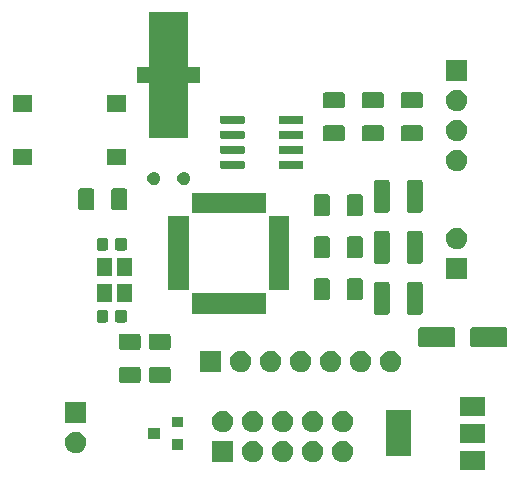
<source format=gbr>
G04 #@! TF.GenerationSoftware,KiCad,Pcbnew,5.1.5-1.fc30*
G04 #@! TF.CreationDate,2020-02-08T00:59:57+03:00*
G04 #@! TF.ProjectId,Tamagotchi-Atmega8,54616d61-676f-4746-9368-692d41746d65,rev?*
G04 #@! TF.SameCoordinates,Original*
G04 #@! TF.FileFunction,Soldermask,Top*
G04 #@! TF.FilePolarity,Negative*
%FSLAX46Y46*%
G04 Gerber Fmt 4.6, Leading zero omitted, Abs format (unit mm)*
G04 Created by KiCad (PCBNEW 5.1.5-1.fc30) date 2020-02-08 00:59:57*
%MOMM*%
%LPD*%
G04 APERTURE LIST*
%ADD10C,0.100000*%
G04 APERTURE END LIST*
D10*
G36*
X148981000Y-104193000D02*
G01*
X146879000Y-104193000D01*
X146879000Y-102591000D01*
X148981000Y-102591000D01*
X148981000Y-104193000D01*
G37*
G36*
X137019512Y-101719927D02*
G01*
X137168812Y-101749624D01*
X137332784Y-101817544D01*
X137480354Y-101916147D01*
X137605853Y-102041646D01*
X137704456Y-102189216D01*
X137772376Y-102353188D01*
X137807000Y-102527259D01*
X137807000Y-102704741D01*
X137772376Y-102878812D01*
X137704456Y-103042784D01*
X137605853Y-103190354D01*
X137480354Y-103315853D01*
X137332784Y-103414456D01*
X137168812Y-103482376D01*
X137019512Y-103512073D01*
X136994742Y-103517000D01*
X136817258Y-103517000D01*
X136792488Y-103512073D01*
X136643188Y-103482376D01*
X136479216Y-103414456D01*
X136331646Y-103315853D01*
X136206147Y-103190354D01*
X136107544Y-103042784D01*
X136039624Y-102878812D01*
X136005000Y-102704741D01*
X136005000Y-102527259D01*
X136039624Y-102353188D01*
X136107544Y-102189216D01*
X136206147Y-102041646D01*
X136331646Y-101916147D01*
X136479216Y-101817544D01*
X136643188Y-101749624D01*
X136792488Y-101719927D01*
X136817258Y-101715000D01*
X136994742Y-101715000D01*
X137019512Y-101719927D01*
G37*
G36*
X127647000Y-103517000D02*
G01*
X125845000Y-103517000D01*
X125845000Y-101715000D01*
X127647000Y-101715000D01*
X127647000Y-103517000D01*
G37*
G36*
X134479512Y-101719927D02*
G01*
X134628812Y-101749624D01*
X134792784Y-101817544D01*
X134940354Y-101916147D01*
X135065853Y-102041646D01*
X135164456Y-102189216D01*
X135232376Y-102353188D01*
X135267000Y-102527259D01*
X135267000Y-102704741D01*
X135232376Y-102878812D01*
X135164456Y-103042784D01*
X135065853Y-103190354D01*
X134940354Y-103315853D01*
X134792784Y-103414456D01*
X134628812Y-103482376D01*
X134479512Y-103512073D01*
X134454742Y-103517000D01*
X134277258Y-103517000D01*
X134252488Y-103512073D01*
X134103188Y-103482376D01*
X133939216Y-103414456D01*
X133791646Y-103315853D01*
X133666147Y-103190354D01*
X133567544Y-103042784D01*
X133499624Y-102878812D01*
X133465000Y-102704741D01*
X133465000Y-102527259D01*
X133499624Y-102353188D01*
X133567544Y-102189216D01*
X133666147Y-102041646D01*
X133791646Y-101916147D01*
X133939216Y-101817544D01*
X134103188Y-101749624D01*
X134252488Y-101719927D01*
X134277258Y-101715000D01*
X134454742Y-101715000D01*
X134479512Y-101719927D01*
G37*
G36*
X131939512Y-101719927D02*
G01*
X132088812Y-101749624D01*
X132252784Y-101817544D01*
X132400354Y-101916147D01*
X132525853Y-102041646D01*
X132624456Y-102189216D01*
X132692376Y-102353188D01*
X132727000Y-102527259D01*
X132727000Y-102704741D01*
X132692376Y-102878812D01*
X132624456Y-103042784D01*
X132525853Y-103190354D01*
X132400354Y-103315853D01*
X132252784Y-103414456D01*
X132088812Y-103482376D01*
X131939512Y-103512073D01*
X131914742Y-103517000D01*
X131737258Y-103517000D01*
X131712488Y-103512073D01*
X131563188Y-103482376D01*
X131399216Y-103414456D01*
X131251646Y-103315853D01*
X131126147Y-103190354D01*
X131027544Y-103042784D01*
X130959624Y-102878812D01*
X130925000Y-102704741D01*
X130925000Y-102527259D01*
X130959624Y-102353188D01*
X131027544Y-102189216D01*
X131126147Y-102041646D01*
X131251646Y-101916147D01*
X131399216Y-101817544D01*
X131563188Y-101749624D01*
X131712488Y-101719927D01*
X131737258Y-101715000D01*
X131914742Y-101715000D01*
X131939512Y-101719927D01*
G37*
G36*
X129399512Y-101719927D02*
G01*
X129548812Y-101749624D01*
X129712784Y-101817544D01*
X129860354Y-101916147D01*
X129985853Y-102041646D01*
X130084456Y-102189216D01*
X130152376Y-102353188D01*
X130187000Y-102527259D01*
X130187000Y-102704741D01*
X130152376Y-102878812D01*
X130084456Y-103042784D01*
X129985853Y-103190354D01*
X129860354Y-103315853D01*
X129712784Y-103414456D01*
X129548812Y-103482376D01*
X129399512Y-103512073D01*
X129374742Y-103517000D01*
X129197258Y-103517000D01*
X129172488Y-103512073D01*
X129023188Y-103482376D01*
X128859216Y-103414456D01*
X128711646Y-103315853D01*
X128586147Y-103190354D01*
X128487544Y-103042784D01*
X128419624Y-102878812D01*
X128385000Y-102704741D01*
X128385000Y-102527259D01*
X128419624Y-102353188D01*
X128487544Y-102189216D01*
X128586147Y-102041646D01*
X128711646Y-101916147D01*
X128859216Y-101817544D01*
X129023188Y-101749624D01*
X129172488Y-101719927D01*
X129197258Y-101715000D01*
X129374742Y-101715000D01*
X129399512Y-101719927D01*
G37*
G36*
X142681000Y-103043000D02*
G01*
X140579000Y-103043000D01*
X140579000Y-99141000D01*
X142681000Y-99141000D01*
X142681000Y-103043000D01*
G37*
G36*
X114413512Y-100957927D02*
G01*
X114562812Y-100987624D01*
X114726784Y-101055544D01*
X114874354Y-101154147D01*
X114999853Y-101279646D01*
X115098456Y-101427216D01*
X115166376Y-101591188D01*
X115201000Y-101765259D01*
X115201000Y-101942741D01*
X115166376Y-102116812D01*
X115098456Y-102280784D01*
X114999853Y-102428354D01*
X114874354Y-102553853D01*
X114726784Y-102652456D01*
X114562812Y-102720376D01*
X114413512Y-102750073D01*
X114388742Y-102755000D01*
X114211258Y-102755000D01*
X114186488Y-102750073D01*
X114037188Y-102720376D01*
X113873216Y-102652456D01*
X113725646Y-102553853D01*
X113600147Y-102428354D01*
X113501544Y-102280784D01*
X113433624Y-102116812D01*
X113399000Y-101942741D01*
X113399000Y-101765259D01*
X113433624Y-101591188D01*
X113501544Y-101427216D01*
X113600147Y-101279646D01*
X113725646Y-101154147D01*
X113873216Y-101055544D01*
X114037188Y-100987624D01*
X114186488Y-100957927D01*
X114211258Y-100953000D01*
X114388742Y-100953000D01*
X114413512Y-100957927D01*
G37*
G36*
X123421000Y-102493000D02*
G01*
X122419000Y-102493000D01*
X122419000Y-101591000D01*
X123421000Y-101591000D01*
X123421000Y-102493000D01*
G37*
G36*
X148981000Y-101893000D02*
G01*
X146879000Y-101893000D01*
X146879000Y-100291000D01*
X148981000Y-100291000D01*
X148981000Y-101893000D01*
G37*
G36*
X121421000Y-101543000D02*
G01*
X120419000Y-101543000D01*
X120419000Y-100641000D01*
X121421000Y-100641000D01*
X121421000Y-101543000D01*
G37*
G36*
X129399512Y-99179927D02*
G01*
X129548812Y-99209624D01*
X129712784Y-99277544D01*
X129860354Y-99376147D01*
X129985853Y-99501646D01*
X130084456Y-99649216D01*
X130152376Y-99813188D01*
X130187000Y-99987259D01*
X130187000Y-100164741D01*
X130152376Y-100338812D01*
X130084456Y-100502784D01*
X129985853Y-100650354D01*
X129860354Y-100775853D01*
X129712784Y-100874456D01*
X129548812Y-100942376D01*
X129399512Y-100972073D01*
X129374742Y-100977000D01*
X129197258Y-100977000D01*
X129172488Y-100972073D01*
X129023188Y-100942376D01*
X128859216Y-100874456D01*
X128711646Y-100775853D01*
X128586147Y-100650354D01*
X128487544Y-100502784D01*
X128419624Y-100338812D01*
X128385000Y-100164741D01*
X128385000Y-99987259D01*
X128419624Y-99813188D01*
X128487544Y-99649216D01*
X128586147Y-99501646D01*
X128711646Y-99376147D01*
X128859216Y-99277544D01*
X129023188Y-99209624D01*
X129172488Y-99179927D01*
X129197258Y-99175000D01*
X129374742Y-99175000D01*
X129399512Y-99179927D01*
G37*
G36*
X126859512Y-99179927D02*
G01*
X127008812Y-99209624D01*
X127172784Y-99277544D01*
X127320354Y-99376147D01*
X127445853Y-99501646D01*
X127544456Y-99649216D01*
X127612376Y-99813188D01*
X127647000Y-99987259D01*
X127647000Y-100164741D01*
X127612376Y-100338812D01*
X127544456Y-100502784D01*
X127445853Y-100650354D01*
X127320354Y-100775853D01*
X127172784Y-100874456D01*
X127008812Y-100942376D01*
X126859512Y-100972073D01*
X126834742Y-100977000D01*
X126657258Y-100977000D01*
X126632488Y-100972073D01*
X126483188Y-100942376D01*
X126319216Y-100874456D01*
X126171646Y-100775853D01*
X126046147Y-100650354D01*
X125947544Y-100502784D01*
X125879624Y-100338812D01*
X125845000Y-100164741D01*
X125845000Y-99987259D01*
X125879624Y-99813188D01*
X125947544Y-99649216D01*
X126046147Y-99501646D01*
X126171646Y-99376147D01*
X126319216Y-99277544D01*
X126483188Y-99209624D01*
X126632488Y-99179927D01*
X126657258Y-99175000D01*
X126834742Y-99175000D01*
X126859512Y-99179927D01*
G37*
G36*
X131939512Y-99179927D02*
G01*
X132088812Y-99209624D01*
X132252784Y-99277544D01*
X132400354Y-99376147D01*
X132525853Y-99501646D01*
X132624456Y-99649216D01*
X132692376Y-99813188D01*
X132727000Y-99987259D01*
X132727000Y-100164741D01*
X132692376Y-100338812D01*
X132624456Y-100502784D01*
X132525853Y-100650354D01*
X132400354Y-100775853D01*
X132252784Y-100874456D01*
X132088812Y-100942376D01*
X131939512Y-100972073D01*
X131914742Y-100977000D01*
X131737258Y-100977000D01*
X131712488Y-100972073D01*
X131563188Y-100942376D01*
X131399216Y-100874456D01*
X131251646Y-100775853D01*
X131126147Y-100650354D01*
X131027544Y-100502784D01*
X130959624Y-100338812D01*
X130925000Y-100164741D01*
X130925000Y-99987259D01*
X130959624Y-99813188D01*
X131027544Y-99649216D01*
X131126147Y-99501646D01*
X131251646Y-99376147D01*
X131399216Y-99277544D01*
X131563188Y-99209624D01*
X131712488Y-99179927D01*
X131737258Y-99175000D01*
X131914742Y-99175000D01*
X131939512Y-99179927D01*
G37*
G36*
X134479512Y-99179927D02*
G01*
X134628812Y-99209624D01*
X134792784Y-99277544D01*
X134940354Y-99376147D01*
X135065853Y-99501646D01*
X135164456Y-99649216D01*
X135232376Y-99813188D01*
X135267000Y-99987259D01*
X135267000Y-100164741D01*
X135232376Y-100338812D01*
X135164456Y-100502784D01*
X135065853Y-100650354D01*
X134940354Y-100775853D01*
X134792784Y-100874456D01*
X134628812Y-100942376D01*
X134479512Y-100972073D01*
X134454742Y-100977000D01*
X134277258Y-100977000D01*
X134252488Y-100972073D01*
X134103188Y-100942376D01*
X133939216Y-100874456D01*
X133791646Y-100775853D01*
X133666147Y-100650354D01*
X133567544Y-100502784D01*
X133499624Y-100338812D01*
X133465000Y-100164741D01*
X133465000Y-99987259D01*
X133499624Y-99813188D01*
X133567544Y-99649216D01*
X133666147Y-99501646D01*
X133791646Y-99376147D01*
X133939216Y-99277544D01*
X134103188Y-99209624D01*
X134252488Y-99179927D01*
X134277258Y-99175000D01*
X134454742Y-99175000D01*
X134479512Y-99179927D01*
G37*
G36*
X137019512Y-99179927D02*
G01*
X137168812Y-99209624D01*
X137332784Y-99277544D01*
X137480354Y-99376147D01*
X137605853Y-99501646D01*
X137704456Y-99649216D01*
X137772376Y-99813188D01*
X137807000Y-99987259D01*
X137807000Y-100164741D01*
X137772376Y-100338812D01*
X137704456Y-100502784D01*
X137605853Y-100650354D01*
X137480354Y-100775853D01*
X137332784Y-100874456D01*
X137168812Y-100942376D01*
X137019512Y-100972073D01*
X136994742Y-100977000D01*
X136817258Y-100977000D01*
X136792488Y-100972073D01*
X136643188Y-100942376D01*
X136479216Y-100874456D01*
X136331646Y-100775853D01*
X136206147Y-100650354D01*
X136107544Y-100502784D01*
X136039624Y-100338812D01*
X136005000Y-100164741D01*
X136005000Y-99987259D01*
X136039624Y-99813188D01*
X136107544Y-99649216D01*
X136206147Y-99501646D01*
X136331646Y-99376147D01*
X136479216Y-99277544D01*
X136643188Y-99209624D01*
X136792488Y-99179927D01*
X136817258Y-99175000D01*
X136994742Y-99175000D01*
X137019512Y-99179927D01*
G37*
G36*
X123421000Y-100593000D02*
G01*
X122419000Y-100593000D01*
X122419000Y-99691000D01*
X123421000Y-99691000D01*
X123421000Y-100593000D01*
G37*
G36*
X115201000Y-100215000D02*
G01*
X113399000Y-100215000D01*
X113399000Y-98413000D01*
X115201000Y-98413000D01*
X115201000Y-100215000D01*
G37*
G36*
X148981000Y-99593000D02*
G01*
X146879000Y-99593000D01*
X146879000Y-97991000D01*
X148981000Y-97991000D01*
X148981000Y-99593000D01*
G37*
G36*
X119640604Y-95470347D02*
G01*
X119677144Y-95481432D01*
X119710821Y-95499433D01*
X119740341Y-95523659D01*
X119764567Y-95553179D01*
X119782568Y-95586856D01*
X119793653Y-95623396D01*
X119798000Y-95667538D01*
X119798000Y-96616462D01*
X119793653Y-96660604D01*
X119782568Y-96697144D01*
X119764567Y-96730821D01*
X119740341Y-96760341D01*
X119710821Y-96784567D01*
X119677144Y-96802568D01*
X119640604Y-96813653D01*
X119596462Y-96818000D01*
X118147538Y-96818000D01*
X118103396Y-96813653D01*
X118066856Y-96802568D01*
X118033179Y-96784567D01*
X118003659Y-96760341D01*
X117979433Y-96730821D01*
X117961432Y-96697144D01*
X117950347Y-96660604D01*
X117946000Y-96616462D01*
X117946000Y-95667538D01*
X117950347Y-95623396D01*
X117961432Y-95586856D01*
X117979433Y-95553179D01*
X118003659Y-95523659D01*
X118033179Y-95499433D01*
X118066856Y-95481432D01*
X118103396Y-95470347D01*
X118147538Y-95466000D01*
X119596462Y-95466000D01*
X119640604Y-95470347D01*
G37*
G36*
X122180604Y-95470347D02*
G01*
X122217144Y-95481432D01*
X122250821Y-95499433D01*
X122280341Y-95523659D01*
X122304567Y-95553179D01*
X122322568Y-95586856D01*
X122333653Y-95623396D01*
X122338000Y-95667538D01*
X122338000Y-96616462D01*
X122333653Y-96660604D01*
X122322568Y-96697144D01*
X122304567Y-96730821D01*
X122280341Y-96760341D01*
X122250821Y-96784567D01*
X122217144Y-96802568D01*
X122180604Y-96813653D01*
X122136462Y-96818000D01*
X120687538Y-96818000D01*
X120643396Y-96813653D01*
X120606856Y-96802568D01*
X120573179Y-96784567D01*
X120543659Y-96760341D01*
X120519433Y-96730821D01*
X120501432Y-96697144D01*
X120490347Y-96660604D01*
X120486000Y-96616462D01*
X120486000Y-95667538D01*
X120490347Y-95623396D01*
X120501432Y-95586856D01*
X120519433Y-95553179D01*
X120543659Y-95523659D01*
X120573179Y-95499433D01*
X120606856Y-95481432D01*
X120643396Y-95470347D01*
X120687538Y-95466000D01*
X122136462Y-95466000D01*
X122180604Y-95470347D01*
G37*
G36*
X128383512Y-94099927D02*
G01*
X128532812Y-94129624D01*
X128696784Y-94197544D01*
X128844354Y-94296147D01*
X128969853Y-94421646D01*
X129068456Y-94569216D01*
X129136376Y-94733188D01*
X129171000Y-94907259D01*
X129171000Y-95084741D01*
X129136376Y-95258812D01*
X129068456Y-95422784D01*
X128969853Y-95570354D01*
X128844354Y-95695853D01*
X128696784Y-95794456D01*
X128532812Y-95862376D01*
X128383512Y-95892073D01*
X128358742Y-95897000D01*
X128181258Y-95897000D01*
X128156488Y-95892073D01*
X128007188Y-95862376D01*
X127843216Y-95794456D01*
X127695646Y-95695853D01*
X127570147Y-95570354D01*
X127471544Y-95422784D01*
X127403624Y-95258812D01*
X127369000Y-95084741D01*
X127369000Y-94907259D01*
X127403624Y-94733188D01*
X127471544Y-94569216D01*
X127570147Y-94421646D01*
X127695646Y-94296147D01*
X127843216Y-94197544D01*
X128007188Y-94129624D01*
X128156488Y-94099927D01*
X128181258Y-94095000D01*
X128358742Y-94095000D01*
X128383512Y-94099927D01*
G37*
G36*
X141083512Y-94099927D02*
G01*
X141232812Y-94129624D01*
X141396784Y-94197544D01*
X141544354Y-94296147D01*
X141669853Y-94421646D01*
X141768456Y-94569216D01*
X141836376Y-94733188D01*
X141871000Y-94907259D01*
X141871000Y-95084741D01*
X141836376Y-95258812D01*
X141768456Y-95422784D01*
X141669853Y-95570354D01*
X141544354Y-95695853D01*
X141396784Y-95794456D01*
X141232812Y-95862376D01*
X141083512Y-95892073D01*
X141058742Y-95897000D01*
X140881258Y-95897000D01*
X140856488Y-95892073D01*
X140707188Y-95862376D01*
X140543216Y-95794456D01*
X140395646Y-95695853D01*
X140270147Y-95570354D01*
X140171544Y-95422784D01*
X140103624Y-95258812D01*
X140069000Y-95084741D01*
X140069000Y-94907259D01*
X140103624Y-94733188D01*
X140171544Y-94569216D01*
X140270147Y-94421646D01*
X140395646Y-94296147D01*
X140543216Y-94197544D01*
X140707188Y-94129624D01*
X140856488Y-94099927D01*
X140881258Y-94095000D01*
X141058742Y-94095000D01*
X141083512Y-94099927D01*
G37*
G36*
X138543512Y-94099927D02*
G01*
X138692812Y-94129624D01*
X138856784Y-94197544D01*
X139004354Y-94296147D01*
X139129853Y-94421646D01*
X139228456Y-94569216D01*
X139296376Y-94733188D01*
X139331000Y-94907259D01*
X139331000Y-95084741D01*
X139296376Y-95258812D01*
X139228456Y-95422784D01*
X139129853Y-95570354D01*
X139004354Y-95695853D01*
X138856784Y-95794456D01*
X138692812Y-95862376D01*
X138543512Y-95892073D01*
X138518742Y-95897000D01*
X138341258Y-95897000D01*
X138316488Y-95892073D01*
X138167188Y-95862376D01*
X138003216Y-95794456D01*
X137855646Y-95695853D01*
X137730147Y-95570354D01*
X137631544Y-95422784D01*
X137563624Y-95258812D01*
X137529000Y-95084741D01*
X137529000Y-94907259D01*
X137563624Y-94733188D01*
X137631544Y-94569216D01*
X137730147Y-94421646D01*
X137855646Y-94296147D01*
X138003216Y-94197544D01*
X138167188Y-94129624D01*
X138316488Y-94099927D01*
X138341258Y-94095000D01*
X138518742Y-94095000D01*
X138543512Y-94099927D01*
G37*
G36*
X133463512Y-94099927D02*
G01*
X133612812Y-94129624D01*
X133776784Y-94197544D01*
X133924354Y-94296147D01*
X134049853Y-94421646D01*
X134148456Y-94569216D01*
X134216376Y-94733188D01*
X134251000Y-94907259D01*
X134251000Y-95084741D01*
X134216376Y-95258812D01*
X134148456Y-95422784D01*
X134049853Y-95570354D01*
X133924354Y-95695853D01*
X133776784Y-95794456D01*
X133612812Y-95862376D01*
X133463512Y-95892073D01*
X133438742Y-95897000D01*
X133261258Y-95897000D01*
X133236488Y-95892073D01*
X133087188Y-95862376D01*
X132923216Y-95794456D01*
X132775646Y-95695853D01*
X132650147Y-95570354D01*
X132551544Y-95422784D01*
X132483624Y-95258812D01*
X132449000Y-95084741D01*
X132449000Y-94907259D01*
X132483624Y-94733188D01*
X132551544Y-94569216D01*
X132650147Y-94421646D01*
X132775646Y-94296147D01*
X132923216Y-94197544D01*
X133087188Y-94129624D01*
X133236488Y-94099927D01*
X133261258Y-94095000D01*
X133438742Y-94095000D01*
X133463512Y-94099927D01*
G37*
G36*
X126631000Y-95897000D02*
G01*
X124829000Y-95897000D01*
X124829000Y-94095000D01*
X126631000Y-94095000D01*
X126631000Y-95897000D01*
G37*
G36*
X136003512Y-94099927D02*
G01*
X136152812Y-94129624D01*
X136316784Y-94197544D01*
X136464354Y-94296147D01*
X136589853Y-94421646D01*
X136688456Y-94569216D01*
X136756376Y-94733188D01*
X136791000Y-94907259D01*
X136791000Y-95084741D01*
X136756376Y-95258812D01*
X136688456Y-95422784D01*
X136589853Y-95570354D01*
X136464354Y-95695853D01*
X136316784Y-95794456D01*
X136152812Y-95862376D01*
X136003512Y-95892073D01*
X135978742Y-95897000D01*
X135801258Y-95897000D01*
X135776488Y-95892073D01*
X135627188Y-95862376D01*
X135463216Y-95794456D01*
X135315646Y-95695853D01*
X135190147Y-95570354D01*
X135091544Y-95422784D01*
X135023624Y-95258812D01*
X134989000Y-95084741D01*
X134989000Y-94907259D01*
X135023624Y-94733188D01*
X135091544Y-94569216D01*
X135190147Y-94421646D01*
X135315646Y-94296147D01*
X135463216Y-94197544D01*
X135627188Y-94129624D01*
X135776488Y-94099927D01*
X135801258Y-94095000D01*
X135978742Y-94095000D01*
X136003512Y-94099927D01*
G37*
G36*
X130923512Y-94099927D02*
G01*
X131072812Y-94129624D01*
X131236784Y-94197544D01*
X131384354Y-94296147D01*
X131509853Y-94421646D01*
X131608456Y-94569216D01*
X131676376Y-94733188D01*
X131711000Y-94907259D01*
X131711000Y-95084741D01*
X131676376Y-95258812D01*
X131608456Y-95422784D01*
X131509853Y-95570354D01*
X131384354Y-95695853D01*
X131236784Y-95794456D01*
X131072812Y-95862376D01*
X130923512Y-95892073D01*
X130898742Y-95897000D01*
X130721258Y-95897000D01*
X130696488Y-95892073D01*
X130547188Y-95862376D01*
X130383216Y-95794456D01*
X130235646Y-95695853D01*
X130110147Y-95570354D01*
X130011544Y-95422784D01*
X129943624Y-95258812D01*
X129909000Y-95084741D01*
X129909000Y-94907259D01*
X129943624Y-94733188D01*
X130011544Y-94569216D01*
X130110147Y-94421646D01*
X130235646Y-94296147D01*
X130383216Y-94197544D01*
X130547188Y-94129624D01*
X130696488Y-94099927D01*
X130721258Y-94095000D01*
X130898742Y-94095000D01*
X130923512Y-94099927D01*
G37*
G36*
X119640604Y-92670347D02*
G01*
X119677144Y-92681432D01*
X119710821Y-92699433D01*
X119740341Y-92723659D01*
X119764567Y-92753179D01*
X119782568Y-92786856D01*
X119793653Y-92823396D01*
X119798000Y-92867538D01*
X119798000Y-93816462D01*
X119793653Y-93860604D01*
X119782568Y-93897144D01*
X119764567Y-93930821D01*
X119740341Y-93960341D01*
X119710821Y-93984567D01*
X119677144Y-94002568D01*
X119640604Y-94013653D01*
X119596462Y-94018000D01*
X118147538Y-94018000D01*
X118103396Y-94013653D01*
X118066856Y-94002568D01*
X118033179Y-93984567D01*
X118003659Y-93960341D01*
X117979433Y-93930821D01*
X117961432Y-93897144D01*
X117950347Y-93860604D01*
X117946000Y-93816462D01*
X117946000Y-92867538D01*
X117950347Y-92823396D01*
X117961432Y-92786856D01*
X117979433Y-92753179D01*
X118003659Y-92723659D01*
X118033179Y-92699433D01*
X118066856Y-92681432D01*
X118103396Y-92670347D01*
X118147538Y-92666000D01*
X119596462Y-92666000D01*
X119640604Y-92670347D01*
G37*
G36*
X122180604Y-92670347D02*
G01*
X122217144Y-92681432D01*
X122250821Y-92699433D01*
X122280341Y-92723659D01*
X122304567Y-92753179D01*
X122322568Y-92786856D01*
X122333653Y-92823396D01*
X122338000Y-92867538D01*
X122338000Y-93816462D01*
X122333653Y-93860604D01*
X122322568Y-93897144D01*
X122304567Y-93930821D01*
X122280341Y-93960341D01*
X122250821Y-93984567D01*
X122217144Y-94002568D01*
X122180604Y-94013653D01*
X122136462Y-94018000D01*
X120687538Y-94018000D01*
X120643396Y-94013653D01*
X120606856Y-94002568D01*
X120573179Y-93984567D01*
X120543659Y-93960341D01*
X120519433Y-93930821D01*
X120501432Y-93897144D01*
X120490347Y-93860604D01*
X120486000Y-93816462D01*
X120486000Y-92867538D01*
X120490347Y-92823396D01*
X120501432Y-92786856D01*
X120519433Y-92753179D01*
X120543659Y-92723659D01*
X120573179Y-92699433D01*
X120606856Y-92681432D01*
X120643396Y-92670347D01*
X120687538Y-92666000D01*
X122136462Y-92666000D01*
X122180604Y-92670347D01*
G37*
G36*
X146271997Y-92117051D02*
G01*
X146305652Y-92127261D01*
X146336665Y-92143838D01*
X146363851Y-92166149D01*
X146386162Y-92193335D01*
X146402739Y-92224348D01*
X146412949Y-92258003D01*
X146417000Y-92299138D01*
X146417000Y-93628862D01*
X146412949Y-93669997D01*
X146402739Y-93703652D01*
X146386162Y-93734665D01*
X146363851Y-93761851D01*
X146336665Y-93784162D01*
X146305652Y-93800739D01*
X146271997Y-93810949D01*
X146230862Y-93815000D01*
X143501138Y-93815000D01*
X143460003Y-93810949D01*
X143426348Y-93800739D01*
X143395335Y-93784162D01*
X143368149Y-93761851D01*
X143345838Y-93734665D01*
X143329261Y-93703652D01*
X143319051Y-93669997D01*
X143315000Y-93628862D01*
X143315000Y-92299138D01*
X143319051Y-92258003D01*
X143329261Y-92224348D01*
X143345838Y-92193335D01*
X143368149Y-92166149D01*
X143395335Y-92143838D01*
X143426348Y-92127261D01*
X143460003Y-92117051D01*
X143501138Y-92113000D01*
X146230862Y-92113000D01*
X146271997Y-92117051D01*
G37*
G36*
X150671997Y-92117051D02*
G01*
X150705652Y-92127261D01*
X150736665Y-92143838D01*
X150763851Y-92166149D01*
X150786162Y-92193335D01*
X150802739Y-92224348D01*
X150812949Y-92258003D01*
X150817000Y-92299138D01*
X150817000Y-93628862D01*
X150812949Y-93669997D01*
X150802739Y-93703652D01*
X150786162Y-93734665D01*
X150763851Y-93761851D01*
X150736665Y-93784162D01*
X150705652Y-93800739D01*
X150671997Y-93810949D01*
X150630862Y-93815000D01*
X147901138Y-93815000D01*
X147860003Y-93810949D01*
X147826348Y-93800739D01*
X147795335Y-93784162D01*
X147768149Y-93761851D01*
X147745838Y-93734665D01*
X147729261Y-93703652D01*
X147719051Y-93669997D01*
X147715000Y-93628862D01*
X147715000Y-92299138D01*
X147719051Y-92258003D01*
X147729261Y-92224348D01*
X147745838Y-92193335D01*
X147768149Y-92166149D01*
X147795335Y-92143838D01*
X147826348Y-92127261D01*
X147860003Y-92117051D01*
X147901138Y-92113000D01*
X150630862Y-92113000D01*
X150671997Y-92117051D01*
G37*
G36*
X118477591Y-90664085D02*
G01*
X118511569Y-90674393D01*
X118542890Y-90691134D01*
X118570339Y-90713661D01*
X118592866Y-90741110D01*
X118609607Y-90772431D01*
X118619915Y-90806409D01*
X118624000Y-90847890D01*
X118624000Y-91524110D01*
X118619915Y-91565591D01*
X118609607Y-91599569D01*
X118592866Y-91630890D01*
X118570339Y-91658339D01*
X118542890Y-91680866D01*
X118511569Y-91697607D01*
X118477591Y-91707915D01*
X118436110Y-91712000D01*
X117834890Y-91712000D01*
X117793409Y-91707915D01*
X117759431Y-91697607D01*
X117728110Y-91680866D01*
X117700661Y-91658339D01*
X117678134Y-91630890D01*
X117661393Y-91599569D01*
X117651085Y-91565591D01*
X117647000Y-91524110D01*
X117647000Y-90847890D01*
X117651085Y-90806409D01*
X117661393Y-90772431D01*
X117678134Y-90741110D01*
X117700661Y-90713661D01*
X117728110Y-90691134D01*
X117759431Y-90674393D01*
X117793409Y-90664085D01*
X117834890Y-90660000D01*
X118436110Y-90660000D01*
X118477591Y-90664085D01*
G37*
G36*
X116902591Y-90664085D02*
G01*
X116936569Y-90674393D01*
X116967890Y-90691134D01*
X116995339Y-90713661D01*
X117017866Y-90741110D01*
X117034607Y-90772431D01*
X117044915Y-90806409D01*
X117049000Y-90847890D01*
X117049000Y-91524110D01*
X117044915Y-91565591D01*
X117034607Y-91599569D01*
X117017866Y-91630890D01*
X116995339Y-91658339D01*
X116967890Y-91680866D01*
X116936569Y-91697607D01*
X116902591Y-91707915D01*
X116861110Y-91712000D01*
X116259890Y-91712000D01*
X116218409Y-91707915D01*
X116184431Y-91697607D01*
X116153110Y-91680866D01*
X116125661Y-91658339D01*
X116103134Y-91630890D01*
X116086393Y-91599569D01*
X116076085Y-91565591D01*
X116072000Y-91524110D01*
X116072000Y-90847890D01*
X116076085Y-90806409D01*
X116086393Y-90772431D01*
X116103134Y-90741110D01*
X116125661Y-90713661D01*
X116153110Y-90691134D01*
X116184431Y-90674393D01*
X116218409Y-90664085D01*
X116259890Y-90660000D01*
X116861110Y-90660000D01*
X116902591Y-90664085D01*
G37*
G36*
X143520604Y-88290347D02*
G01*
X143557144Y-88301432D01*
X143590821Y-88319433D01*
X143620341Y-88343659D01*
X143644567Y-88373179D01*
X143662568Y-88406856D01*
X143673653Y-88443396D01*
X143678000Y-88487538D01*
X143678000Y-90836462D01*
X143673653Y-90880604D01*
X143662568Y-90917144D01*
X143644567Y-90950821D01*
X143620341Y-90980341D01*
X143590821Y-91004567D01*
X143557144Y-91022568D01*
X143520604Y-91033653D01*
X143476462Y-91038000D01*
X142527538Y-91038000D01*
X142483396Y-91033653D01*
X142446856Y-91022568D01*
X142413179Y-91004567D01*
X142383659Y-90980341D01*
X142359433Y-90950821D01*
X142341432Y-90917144D01*
X142330347Y-90880604D01*
X142326000Y-90836462D01*
X142326000Y-88487538D01*
X142330347Y-88443396D01*
X142341432Y-88406856D01*
X142359433Y-88373179D01*
X142383659Y-88343659D01*
X142413179Y-88319433D01*
X142446856Y-88301432D01*
X142483396Y-88290347D01*
X142527538Y-88286000D01*
X143476462Y-88286000D01*
X143520604Y-88290347D01*
G37*
G36*
X140720604Y-88290347D02*
G01*
X140757144Y-88301432D01*
X140790821Y-88319433D01*
X140820341Y-88343659D01*
X140844567Y-88373179D01*
X140862568Y-88406856D01*
X140873653Y-88443396D01*
X140878000Y-88487538D01*
X140878000Y-90836462D01*
X140873653Y-90880604D01*
X140862568Y-90917144D01*
X140844567Y-90950821D01*
X140820341Y-90980341D01*
X140790821Y-91004567D01*
X140757144Y-91022568D01*
X140720604Y-91033653D01*
X140676462Y-91038000D01*
X139727538Y-91038000D01*
X139683396Y-91033653D01*
X139646856Y-91022568D01*
X139613179Y-91004567D01*
X139583659Y-90980341D01*
X139559433Y-90950821D01*
X139541432Y-90917144D01*
X139530347Y-90880604D01*
X139526000Y-90836462D01*
X139526000Y-88487538D01*
X139530347Y-88443396D01*
X139541432Y-88406856D01*
X139559433Y-88373179D01*
X139583659Y-88343659D01*
X139613179Y-88319433D01*
X139646856Y-88301432D01*
X139683396Y-88290347D01*
X139727538Y-88286000D01*
X140676462Y-88286000D01*
X140720604Y-88290347D01*
G37*
G36*
X130380000Y-90953000D02*
G01*
X124128000Y-90953000D01*
X124128000Y-89251000D01*
X130380000Y-89251000D01*
X130380000Y-90953000D01*
G37*
G36*
X119103000Y-89989000D02*
G01*
X117801000Y-89989000D01*
X117801000Y-88487000D01*
X119103000Y-88487000D01*
X119103000Y-89989000D01*
G37*
G36*
X117403000Y-89989000D02*
G01*
X116101000Y-89989000D01*
X116101000Y-88487000D01*
X117403000Y-88487000D01*
X117403000Y-89989000D01*
G37*
G36*
X135646604Y-87978347D02*
G01*
X135683144Y-87989432D01*
X135716821Y-88007433D01*
X135746341Y-88031659D01*
X135770567Y-88061179D01*
X135788568Y-88094856D01*
X135799653Y-88131396D01*
X135804000Y-88175538D01*
X135804000Y-89624462D01*
X135799653Y-89668604D01*
X135788568Y-89705144D01*
X135770567Y-89738821D01*
X135746341Y-89768341D01*
X135716821Y-89792567D01*
X135683144Y-89810568D01*
X135646604Y-89821653D01*
X135602462Y-89826000D01*
X134653538Y-89826000D01*
X134609396Y-89821653D01*
X134572856Y-89810568D01*
X134539179Y-89792567D01*
X134509659Y-89768341D01*
X134485433Y-89738821D01*
X134467432Y-89705144D01*
X134456347Y-89668604D01*
X134452000Y-89624462D01*
X134452000Y-88175538D01*
X134456347Y-88131396D01*
X134467432Y-88094856D01*
X134485433Y-88061179D01*
X134509659Y-88031659D01*
X134539179Y-88007433D01*
X134572856Y-87989432D01*
X134609396Y-87978347D01*
X134653538Y-87974000D01*
X135602462Y-87974000D01*
X135646604Y-87978347D01*
G37*
G36*
X138446604Y-87978347D02*
G01*
X138483144Y-87989432D01*
X138516821Y-88007433D01*
X138546341Y-88031659D01*
X138570567Y-88061179D01*
X138588568Y-88094856D01*
X138599653Y-88131396D01*
X138604000Y-88175538D01*
X138604000Y-89624462D01*
X138599653Y-89668604D01*
X138588568Y-89705144D01*
X138570567Y-89738821D01*
X138546341Y-89768341D01*
X138516821Y-89792567D01*
X138483144Y-89810568D01*
X138446604Y-89821653D01*
X138402462Y-89826000D01*
X137453538Y-89826000D01*
X137409396Y-89821653D01*
X137372856Y-89810568D01*
X137339179Y-89792567D01*
X137309659Y-89768341D01*
X137285433Y-89738821D01*
X137267432Y-89705144D01*
X137256347Y-89668604D01*
X137252000Y-89624462D01*
X137252000Y-88175538D01*
X137256347Y-88131396D01*
X137267432Y-88094856D01*
X137285433Y-88061179D01*
X137309659Y-88031659D01*
X137339179Y-88007433D01*
X137372856Y-87989432D01*
X137409396Y-87978347D01*
X137453538Y-87974000D01*
X138402462Y-87974000D01*
X138446604Y-87978347D01*
G37*
G36*
X123855000Y-88978000D02*
G01*
X122153000Y-88978000D01*
X122153000Y-82726000D01*
X123855000Y-82726000D01*
X123855000Y-88978000D01*
G37*
G36*
X132355000Y-88978000D02*
G01*
X130653000Y-88978000D01*
X130653000Y-82726000D01*
X132355000Y-82726000D01*
X132355000Y-88978000D01*
G37*
G36*
X147459000Y-88023000D02*
G01*
X145657000Y-88023000D01*
X145657000Y-86221000D01*
X147459000Y-86221000D01*
X147459000Y-88023000D01*
G37*
G36*
X119103000Y-87789000D02*
G01*
X117801000Y-87789000D01*
X117801000Y-86287000D01*
X119103000Y-86287000D01*
X119103000Y-87789000D01*
G37*
G36*
X117403000Y-87789000D02*
G01*
X116101000Y-87789000D01*
X116101000Y-86287000D01*
X117403000Y-86287000D01*
X117403000Y-87789000D01*
G37*
G36*
X143520604Y-83972347D02*
G01*
X143557144Y-83983432D01*
X143590821Y-84001433D01*
X143620341Y-84025659D01*
X143644567Y-84055179D01*
X143662568Y-84088856D01*
X143673653Y-84125396D01*
X143678000Y-84169538D01*
X143678000Y-86518462D01*
X143673653Y-86562604D01*
X143662568Y-86599144D01*
X143644567Y-86632821D01*
X143620341Y-86662341D01*
X143590821Y-86686567D01*
X143557144Y-86704568D01*
X143520604Y-86715653D01*
X143476462Y-86720000D01*
X142527538Y-86720000D01*
X142483396Y-86715653D01*
X142446856Y-86704568D01*
X142413179Y-86686567D01*
X142383659Y-86662341D01*
X142359433Y-86632821D01*
X142341432Y-86599144D01*
X142330347Y-86562604D01*
X142326000Y-86518462D01*
X142326000Y-84169538D01*
X142330347Y-84125396D01*
X142341432Y-84088856D01*
X142359433Y-84055179D01*
X142383659Y-84025659D01*
X142413179Y-84001433D01*
X142446856Y-83983432D01*
X142483396Y-83972347D01*
X142527538Y-83968000D01*
X143476462Y-83968000D01*
X143520604Y-83972347D01*
G37*
G36*
X140720604Y-83972347D02*
G01*
X140757144Y-83983432D01*
X140790821Y-84001433D01*
X140820341Y-84025659D01*
X140844567Y-84055179D01*
X140862568Y-84088856D01*
X140873653Y-84125396D01*
X140878000Y-84169538D01*
X140878000Y-86518462D01*
X140873653Y-86562604D01*
X140862568Y-86599144D01*
X140844567Y-86632821D01*
X140820341Y-86662341D01*
X140790821Y-86686567D01*
X140757144Y-86704568D01*
X140720604Y-86715653D01*
X140676462Y-86720000D01*
X139727538Y-86720000D01*
X139683396Y-86715653D01*
X139646856Y-86704568D01*
X139613179Y-86686567D01*
X139583659Y-86662341D01*
X139559433Y-86632821D01*
X139541432Y-86599144D01*
X139530347Y-86562604D01*
X139526000Y-86518462D01*
X139526000Y-84169538D01*
X139530347Y-84125396D01*
X139541432Y-84088856D01*
X139559433Y-84055179D01*
X139583659Y-84025659D01*
X139613179Y-84001433D01*
X139646856Y-83983432D01*
X139683396Y-83972347D01*
X139727538Y-83968000D01*
X140676462Y-83968000D01*
X140720604Y-83972347D01*
G37*
G36*
X138446604Y-84422347D02*
G01*
X138483144Y-84433432D01*
X138516821Y-84451433D01*
X138546341Y-84475659D01*
X138570567Y-84505179D01*
X138588568Y-84538856D01*
X138599653Y-84575396D01*
X138604000Y-84619538D01*
X138604000Y-86068462D01*
X138599653Y-86112604D01*
X138588568Y-86149144D01*
X138570567Y-86182821D01*
X138546341Y-86212341D01*
X138516821Y-86236567D01*
X138483144Y-86254568D01*
X138446604Y-86265653D01*
X138402462Y-86270000D01*
X137453538Y-86270000D01*
X137409396Y-86265653D01*
X137372856Y-86254568D01*
X137339179Y-86236567D01*
X137309659Y-86212341D01*
X137285433Y-86182821D01*
X137267432Y-86149144D01*
X137256347Y-86112604D01*
X137252000Y-86068462D01*
X137252000Y-84619538D01*
X137256347Y-84575396D01*
X137267432Y-84538856D01*
X137285433Y-84505179D01*
X137309659Y-84475659D01*
X137339179Y-84451433D01*
X137372856Y-84433432D01*
X137409396Y-84422347D01*
X137453538Y-84418000D01*
X138402462Y-84418000D01*
X138446604Y-84422347D01*
G37*
G36*
X135646604Y-84422347D02*
G01*
X135683144Y-84433432D01*
X135716821Y-84451433D01*
X135746341Y-84475659D01*
X135770567Y-84505179D01*
X135788568Y-84538856D01*
X135799653Y-84575396D01*
X135804000Y-84619538D01*
X135804000Y-86068462D01*
X135799653Y-86112604D01*
X135788568Y-86149144D01*
X135770567Y-86182821D01*
X135746341Y-86212341D01*
X135716821Y-86236567D01*
X135683144Y-86254568D01*
X135646604Y-86265653D01*
X135602462Y-86270000D01*
X134653538Y-86270000D01*
X134609396Y-86265653D01*
X134572856Y-86254568D01*
X134539179Y-86236567D01*
X134509659Y-86212341D01*
X134485433Y-86182821D01*
X134467432Y-86149144D01*
X134456347Y-86112604D01*
X134452000Y-86068462D01*
X134452000Y-84619538D01*
X134456347Y-84575396D01*
X134467432Y-84538856D01*
X134485433Y-84505179D01*
X134509659Y-84475659D01*
X134539179Y-84451433D01*
X134572856Y-84433432D01*
X134609396Y-84422347D01*
X134653538Y-84418000D01*
X135602462Y-84418000D01*
X135646604Y-84422347D01*
G37*
G36*
X118477591Y-84568085D02*
G01*
X118511569Y-84578393D01*
X118542890Y-84595134D01*
X118570339Y-84617661D01*
X118592866Y-84645110D01*
X118609607Y-84676431D01*
X118619915Y-84710409D01*
X118624000Y-84751890D01*
X118624000Y-85428110D01*
X118619915Y-85469591D01*
X118609607Y-85503569D01*
X118592866Y-85534890D01*
X118570339Y-85562339D01*
X118542890Y-85584866D01*
X118511569Y-85601607D01*
X118477591Y-85611915D01*
X118436110Y-85616000D01*
X117834890Y-85616000D01*
X117793409Y-85611915D01*
X117759431Y-85601607D01*
X117728110Y-85584866D01*
X117700661Y-85562339D01*
X117678134Y-85534890D01*
X117661393Y-85503569D01*
X117651085Y-85469591D01*
X117647000Y-85428110D01*
X117647000Y-84751890D01*
X117651085Y-84710409D01*
X117661393Y-84676431D01*
X117678134Y-84645110D01*
X117700661Y-84617661D01*
X117728110Y-84595134D01*
X117759431Y-84578393D01*
X117793409Y-84568085D01*
X117834890Y-84564000D01*
X118436110Y-84564000D01*
X118477591Y-84568085D01*
G37*
G36*
X116902591Y-84568085D02*
G01*
X116936569Y-84578393D01*
X116967890Y-84595134D01*
X116995339Y-84617661D01*
X117017866Y-84645110D01*
X117034607Y-84676431D01*
X117044915Y-84710409D01*
X117049000Y-84751890D01*
X117049000Y-85428110D01*
X117044915Y-85469591D01*
X117034607Y-85503569D01*
X117017866Y-85534890D01*
X116995339Y-85562339D01*
X116967890Y-85584866D01*
X116936569Y-85601607D01*
X116902591Y-85611915D01*
X116861110Y-85616000D01*
X116259890Y-85616000D01*
X116218409Y-85611915D01*
X116184431Y-85601607D01*
X116153110Y-85584866D01*
X116125661Y-85562339D01*
X116103134Y-85534890D01*
X116086393Y-85503569D01*
X116076085Y-85469591D01*
X116072000Y-85428110D01*
X116072000Y-84751890D01*
X116076085Y-84710409D01*
X116086393Y-84676431D01*
X116103134Y-84645110D01*
X116125661Y-84617661D01*
X116153110Y-84595134D01*
X116184431Y-84578393D01*
X116218409Y-84568085D01*
X116259890Y-84564000D01*
X116861110Y-84564000D01*
X116902591Y-84568085D01*
G37*
G36*
X146671512Y-83685927D02*
G01*
X146820812Y-83715624D01*
X146984784Y-83783544D01*
X147132354Y-83882147D01*
X147257853Y-84007646D01*
X147356456Y-84155216D01*
X147424376Y-84319188D01*
X147453095Y-84463571D01*
X147459000Y-84493258D01*
X147459000Y-84670742D01*
X147454073Y-84695512D01*
X147424376Y-84844812D01*
X147356456Y-85008784D01*
X147257853Y-85156354D01*
X147132354Y-85281853D01*
X146984784Y-85380456D01*
X146820812Y-85448376D01*
X146671512Y-85478073D01*
X146646742Y-85483000D01*
X146469258Y-85483000D01*
X146444488Y-85478073D01*
X146295188Y-85448376D01*
X146131216Y-85380456D01*
X145983646Y-85281853D01*
X145858147Y-85156354D01*
X145759544Y-85008784D01*
X145691624Y-84844812D01*
X145661927Y-84695512D01*
X145657000Y-84670742D01*
X145657000Y-84493258D01*
X145662905Y-84463571D01*
X145691624Y-84319188D01*
X145759544Y-84155216D01*
X145858147Y-84007646D01*
X145983646Y-83882147D01*
X146131216Y-83783544D01*
X146295188Y-83715624D01*
X146444488Y-83685927D01*
X146469258Y-83681000D01*
X146646742Y-83681000D01*
X146671512Y-83685927D01*
G37*
G36*
X135640604Y-80866347D02*
G01*
X135677144Y-80877432D01*
X135710821Y-80895433D01*
X135740341Y-80919659D01*
X135764567Y-80949179D01*
X135782568Y-80982856D01*
X135793653Y-81019396D01*
X135798000Y-81063538D01*
X135798000Y-82512462D01*
X135793653Y-82556604D01*
X135782568Y-82593144D01*
X135764567Y-82626821D01*
X135740341Y-82656341D01*
X135710821Y-82680567D01*
X135677144Y-82698568D01*
X135640604Y-82709653D01*
X135596462Y-82714000D01*
X134647538Y-82714000D01*
X134603396Y-82709653D01*
X134566856Y-82698568D01*
X134533179Y-82680567D01*
X134503659Y-82656341D01*
X134479433Y-82626821D01*
X134461432Y-82593144D01*
X134450347Y-82556604D01*
X134446000Y-82512462D01*
X134446000Y-81063538D01*
X134450347Y-81019396D01*
X134461432Y-80982856D01*
X134479433Y-80949179D01*
X134503659Y-80919659D01*
X134533179Y-80895433D01*
X134566856Y-80877432D01*
X134603396Y-80866347D01*
X134647538Y-80862000D01*
X135596462Y-80862000D01*
X135640604Y-80866347D01*
G37*
G36*
X138440604Y-80866347D02*
G01*
X138477144Y-80877432D01*
X138510821Y-80895433D01*
X138540341Y-80919659D01*
X138564567Y-80949179D01*
X138582568Y-80982856D01*
X138593653Y-81019396D01*
X138598000Y-81063538D01*
X138598000Y-82512462D01*
X138593653Y-82556604D01*
X138582568Y-82593144D01*
X138564567Y-82626821D01*
X138540341Y-82656341D01*
X138510821Y-82680567D01*
X138477144Y-82698568D01*
X138440604Y-82709653D01*
X138396462Y-82714000D01*
X137447538Y-82714000D01*
X137403396Y-82709653D01*
X137366856Y-82698568D01*
X137333179Y-82680567D01*
X137303659Y-82656341D01*
X137279433Y-82626821D01*
X137261432Y-82593144D01*
X137250347Y-82556604D01*
X137246000Y-82512462D01*
X137246000Y-81063538D01*
X137250347Y-81019396D01*
X137261432Y-80982856D01*
X137279433Y-80949179D01*
X137303659Y-80919659D01*
X137333179Y-80895433D01*
X137366856Y-80877432D01*
X137403396Y-80866347D01*
X137447538Y-80862000D01*
X138396462Y-80862000D01*
X138440604Y-80866347D01*
G37*
G36*
X130380000Y-82453000D02*
G01*
X124128000Y-82453000D01*
X124128000Y-80751000D01*
X130380000Y-80751000D01*
X130380000Y-82453000D01*
G37*
G36*
X140720604Y-79654347D02*
G01*
X140757144Y-79665432D01*
X140790821Y-79683433D01*
X140820341Y-79707659D01*
X140844567Y-79737179D01*
X140862568Y-79770856D01*
X140873653Y-79807396D01*
X140878000Y-79851538D01*
X140878000Y-82200462D01*
X140873653Y-82244604D01*
X140862568Y-82281144D01*
X140844567Y-82314821D01*
X140820341Y-82344341D01*
X140790821Y-82368567D01*
X140757144Y-82386568D01*
X140720604Y-82397653D01*
X140676462Y-82402000D01*
X139727538Y-82402000D01*
X139683396Y-82397653D01*
X139646856Y-82386568D01*
X139613179Y-82368567D01*
X139583659Y-82344341D01*
X139559433Y-82314821D01*
X139541432Y-82281144D01*
X139530347Y-82244604D01*
X139526000Y-82200462D01*
X139526000Y-79851538D01*
X139530347Y-79807396D01*
X139541432Y-79770856D01*
X139559433Y-79737179D01*
X139583659Y-79707659D01*
X139613179Y-79683433D01*
X139646856Y-79665432D01*
X139683396Y-79654347D01*
X139727538Y-79650000D01*
X140676462Y-79650000D01*
X140720604Y-79654347D01*
G37*
G36*
X143520604Y-79654347D02*
G01*
X143557144Y-79665432D01*
X143590821Y-79683433D01*
X143620341Y-79707659D01*
X143644567Y-79737179D01*
X143662568Y-79770856D01*
X143673653Y-79807396D01*
X143678000Y-79851538D01*
X143678000Y-82200462D01*
X143673653Y-82244604D01*
X143662568Y-82281144D01*
X143644567Y-82314821D01*
X143620341Y-82344341D01*
X143590821Y-82368567D01*
X143557144Y-82386568D01*
X143520604Y-82397653D01*
X143476462Y-82402000D01*
X142527538Y-82402000D01*
X142483396Y-82397653D01*
X142446856Y-82386568D01*
X142413179Y-82368567D01*
X142383659Y-82344341D01*
X142359433Y-82314821D01*
X142341432Y-82281144D01*
X142330347Y-82244604D01*
X142326000Y-82200462D01*
X142326000Y-79851538D01*
X142330347Y-79807396D01*
X142341432Y-79770856D01*
X142359433Y-79737179D01*
X142383659Y-79707659D01*
X142413179Y-79683433D01*
X142446856Y-79665432D01*
X142483396Y-79654347D01*
X142527538Y-79650000D01*
X143476462Y-79650000D01*
X143520604Y-79654347D01*
G37*
G36*
X118504604Y-80358347D02*
G01*
X118541144Y-80369432D01*
X118574821Y-80387433D01*
X118604341Y-80411659D01*
X118628567Y-80441179D01*
X118646568Y-80474856D01*
X118657653Y-80511396D01*
X118662000Y-80555538D01*
X118662000Y-82004462D01*
X118657653Y-82048604D01*
X118646568Y-82085144D01*
X118628567Y-82118821D01*
X118604341Y-82148341D01*
X118574821Y-82172567D01*
X118541144Y-82190568D01*
X118504604Y-82201653D01*
X118460462Y-82206000D01*
X117511538Y-82206000D01*
X117467396Y-82201653D01*
X117430856Y-82190568D01*
X117397179Y-82172567D01*
X117367659Y-82148341D01*
X117343433Y-82118821D01*
X117325432Y-82085144D01*
X117314347Y-82048604D01*
X117310000Y-82004462D01*
X117310000Y-80555538D01*
X117314347Y-80511396D01*
X117325432Y-80474856D01*
X117343433Y-80441179D01*
X117367659Y-80411659D01*
X117397179Y-80387433D01*
X117430856Y-80369432D01*
X117467396Y-80358347D01*
X117511538Y-80354000D01*
X118460462Y-80354000D01*
X118504604Y-80358347D01*
G37*
G36*
X115704604Y-80358347D02*
G01*
X115741144Y-80369432D01*
X115774821Y-80387433D01*
X115804341Y-80411659D01*
X115828567Y-80441179D01*
X115846568Y-80474856D01*
X115857653Y-80511396D01*
X115862000Y-80555538D01*
X115862000Y-82004462D01*
X115857653Y-82048604D01*
X115846568Y-82085144D01*
X115828567Y-82118821D01*
X115804341Y-82148341D01*
X115774821Y-82172567D01*
X115741144Y-82190568D01*
X115704604Y-82201653D01*
X115660462Y-82206000D01*
X114711538Y-82206000D01*
X114667396Y-82201653D01*
X114630856Y-82190568D01*
X114597179Y-82172567D01*
X114567659Y-82148341D01*
X114543433Y-82118821D01*
X114525432Y-82085144D01*
X114514347Y-82048604D01*
X114510000Y-82004462D01*
X114510000Y-80555538D01*
X114514347Y-80511396D01*
X114525432Y-80474856D01*
X114543433Y-80441179D01*
X114567659Y-80411659D01*
X114597179Y-80387433D01*
X114630856Y-80369432D01*
X114667396Y-80358347D01*
X114711538Y-80354000D01*
X115660462Y-80354000D01*
X115704604Y-80358347D01*
G37*
G36*
X123604721Y-78972174D02*
G01*
X123704995Y-79013709D01*
X123704996Y-79013710D01*
X123795242Y-79074010D01*
X123871990Y-79150758D01*
X123871991Y-79150760D01*
X123932291Y-79241005D01*
X123973826Y-79341279D01*
X123995000Y-79447730D01*
X123995000Y-79556270D01*
X123973826Y-79662721D01*
X123932291Y-79762995D01*
X123932290Y-79762996D01*
X123871990Y-79853242D01*
X123795242Y-79929990D01*
X123749812Y-79960345D01*
X123704995Y-79990291D01*
X123604721Y-80031826D01*
X123498270Y-80053000D01*
X123389730Y-80053000D01*
X123283279Y-80031826D01*
X123183005Y-79990291D01*
X123138188Y-79960345D01*
X123092758Y-79929990D01*
X123016010Y-79853242D01*
X122955710Y-79762996D01*
X122955709Y-79762995D01*
X122914174Y-79662721D01*
X122893000Y-79556270D01*
X122893000Y-79447730D01*
X122914174Y-79341279D01*
X122955709Y-79241005D01*
X123016009Y-79150760D01*
X123016010Y-79150758D01*
X123092758Y-79074010D01*
X123183004Y-79013710D01*
X123183005Y-79013709D01*
X123283279Y-78972174D01*
X123389730Y-78951000D01*
X123498270Y-78951000D01*
X123604721Y-78972174D01*
G37*
G36*
X121064721Y-78972174D02*
G01*
X121164995Y-79013709D01*
X121164996Y-79013710D01*
X121255242Y-79074010D01*
X121331990Y-79150758D01*
X121331991Y-79150760D01*
X121392291Y-79241005D01*
X121433826Y-79341279D01*
X121455000Y-79447730D01*
X121455000Y-79556270D01*
X121433826Y-79662721D01*
X121392291Y-79762995D01*
X121392290Y-79762996D01*
X121331990Y-79853242D01*
X121255242Y-79929990D01*
X121209812Y-79960345D01*
X121164995Y-79990291D01*
X121064721Y-80031826D01*
X120958270Y-80053000D01*
X120849730Y-80053000D01*
X120743279Y-80031826D01*
X120643005Y-79990291D01*
X120598188Y-79960345D01*
X120552758Y-79929990D01*
X120476010Y-79853242D01*
X120415710Y-79762996D01*
X120415709Y-79762995D01*
X120374174Y-79662721D01*
X120353000Y-79556270D01*
X120353000Y-79447730D01*
X120374174Y-79341279D01*
X120415709Y-79241005D01*
X120476009Y-79150760D01*
X120476010Y-79150758D01*
X120552758Y-79074010D01*
X120643004Y-79013710D01*
X120643005Y-79013709D01*
X120743279Y-78972174D01*
X120849730Y-78951000D01*
X120958270Y-78951000D01*
X121064721Y-78972174D01*
G37*
G36*
X146671512Y-77081927D02*
G01*
X146820812Y-77111624D01*
X146984784Y-77179544D01*
X147132354Y-77278147D01*
X147257853Y-77403646D01*
X147356456Y-77551216D01*
X147424376Y-77715188D01*
X147459000Y-77889259D01*
X147459000Y-78066741D01*
X147424376Y-78240812D01*
X147356456Y-78404784D01*
X147257853Y-78552354D01*
X147132354Y-78677853D01*
X146984784Y-78776456D01*
X146820812Y-78844376D01*
X146671512Y-78874073D01*
X146646742Y-78879000D01*
X146469258Y-78879000D01*
X146444488Y-78874073D01*
X146295188Y-78844376D01*
X146131216Y-78776456D01*
X145983646Y-78677853D01*
X145858147Y-78552354D01*
X145759544Y-78404784D01*
X145691624Y-78240812D01*
X145657000Y-78066741D01*
X145657000Y-77889259D01*
X145691624Y-77715188D01*
X145759544Y-77551216D01*
X145858147Y-77403646D01*
X145983646Y-77278147D01*
X146131216Y-77179544D01*
X146295188Y-77111624D01*
X146444488Y-77081927D01*
X146469258Y-77077000D01*
X146646742Y-77077000D01*
X146671512Y-77081927D01*
G37*
G36*
X128507928Y-78010764D02*
G01*
X128529009Y-78017160D01*
X128548445Y-78027548D01*
X128565476Y-78041524D01*
X128579452Y-78058555D01*
X128589840Y-78077991D01*
X128596236Y-78099072D01*
X128599000Y-78127140D01*
X128599000Y-78590860D01*
X128596236Y-78618928D01*
X128589840Y-78640009D01*
X128579452Y-78659445D01*
X128565476Y-78676476D01*
X128548445Y-78690452D01*
X128529009Y-78700840D01*
X128507928Y-78707236D01*
X128479860Y-78710000D01*
X126666140Y-78710000D01*
X126638072Y-78707236D01*
X126616991Y-78700840D01*
X126597555Y-78690452D01*
X126580524Y-78676476D01*
X126566548Y-78659445D01*
X126556160Y-78640009D01*
X126549764Y-78618928D01*
X126547000Y-78590860D01*
X126547000Y-78127140D01*
X126549764Y-78099072D01*
X126556160Y-78077991D01*
X126566548Y-78058555D01*
X126580524Y-78041524D01*
X126597555Y-78027548D01*
X126616991Y-78017160D01*
X126638072Y-78010764D01*
X126666140Y-78008000D01*
X128479860Y-78008000D01*
X128507928Y-78010764D01*
G37*
G36*
X133457928Y-78010764D02*
G01*
X133479009Y-78017160D01*
X133498445Y-78027548D01*
X133515476Y-78041524D01*
X133529452Y-78058555D01*
X133539840Y-78077991D01*
X133546236Y-78099072D01*
X133549000Y-78127140D01*
X133549000Y-78590860D01*
X133546236Y-78618928D01*
X133539840Y-78640009D01*
X133529452Y-78659445D01*
X133515476Y-78676476D01*
X133498445Y-78690452D01*
X133479009Y-78700840D01*
X133457928Y-78707236D01*
X133429860Y-78710000D01*
X131616140Y-78710000D01*
X131588072Y-78707236D01*
X131566991Y-78700840D01*
X131547555Y-78690452D01*
X131530524Y-78676476D01*
X131516548Y-78659445D01*
X131506160Y-78640009D01*
X131499764Y-78618928D01*
X131497000Y-78590860D01*
X131497000Y-78127140D01*
X131499764Y-78099072D01*
X131506160Y-78077991D01*
X131516548Y-78058555D01*
X131530524Y-78041524D01*
X131547555Y-78027548D01*
X131566991Y-78017160D01*
X131588072Y-78010764D01*
X131616140Y-78008000D01*
X133429860Y-78008000D01*
X133457928Y-78010764D01*
G37*
G36*
X118593000Y-78389000D02*
G01*
X116941000Y-78389000D01*
X116941000Y-76987000D01*
X118593000Y-76987000D01*
X118593000Y-78389000D01*
G37*
G36*
X110643000Y-78389000D02*
G01*
X108991000Y-78389000D01*
X108991000Y-76987000D01*
X110643000Y-76987000D01*
X110643000Y-78389000D01*
G37*
G36*
X128507928Y-76740764D02*
G01*
X128529009Y-76747160D01*
X128548445Y-76757548D01*
X128565476Y-76771524D01*
X128579452Y-76788555D01*
X128589840Y-76807991D01*
X128596236Y-76829072D01*
X128599000Y-76857140D01*
X128599000Y-77320860D01*
X128596236Y-77348928D01*
X128589840Y-77370009D01*
X128579452Y-77389445D01*
X128565476Y-77406476D01*
X128548445Y-77420452D01*
X128529009Y-77430840D01*
X128507928Y-77437236D01*
X128479860Y-77440000D01*
X126666140Y-77440000D01*
X126638072Y-77437236D01*
X126616991Y-77430840D01*
X126597555Y-77420452D01*
X126580524Y-77406476D01*
X126566548Y-77389445D01*
X126556160Y-77370009D01*
X126549764Y-77348928D01*
X126547000Y-77320860D01*
X126547000Y-76857140D01*
X126549764Y-76829072D01*
X126556160Y-76807991D01*
X126566548Y-76788555D01*
X126580524Y-76771524D01*
X126597555Y-76757548D01*
X126616991Y-76747160D01*
X126638072Y-76740764D01*
X126666140Y-76738000D01*
X128479860Y-76738000D01*
X128507928Y-76740764D01*
G37*
G36*
X133457928Y-76740764D02*
G01*
X133479009Y-76747160D01*
X133498445Y-76757548D01*
X133515476Y-76771524D01*
X133529452Y-76788555D01*
X133539840Y-76807991D01*
X133546236Y-76829072D01*
X133549000Y-76857140D01*
X133549000Y-77320860D01*
X133546236Y-77348928D01*
X133539840Y-77370009D01*
X133529452Y-77389445D01*
X133515476Y-77406476D01*
X133498445Y-77420452D01*
X133479009Y-77430840D01*
X133457928Y-77437236D01*
X133429860Y-77440000D01*
X131616140Y-77440000D01*
X131588072Y-77437236D01*
X131566991Y-77430840D01*
X131547555Y-77420452D01*
X131530524Y-77406476D01*
X131516548Y-77389445D01*
X131506160Y-77370009D01*
X131499764Y-77348928D01*
X131497000Y-77320860D01*
X131497000Y-76857140D01*
X131499764Y-76829072D01*
X131506160Y-76807991D01*
X131516548Y-76788555D01*
X131530524Y-76771524D01*
X131547555Y-76757548D01*
X131566991Y-76747160D01*
X131588072Y-76740764D01*
X131616140Y-76738000D01*
X133429860Y-76738000D01*
X133457928Y-76740764D01*
G37*
G36*
X136912604Y-75026347D02*
G01*
X136949144Y-75037432D01*
X136982821Y-75055433D01*
X137012341Y-75079659D01*
X137036567Y-75109179D01*
X137054568Y-75142856D01*
X137065653Y-75179396D01*
X137070000Y-75223538D01*
X137070000Y-76172462D01*
X137065653Y-76216604D01*
X137054568Y-76253144D01*
X137036567Y-76286821D01*
X137012341Y-76316341D01*
X136982821Y-76340567D01*
X136949144Y-76358568D01*
X136912604Y-76369653D01*
X136868462Y-76374000D01*
X135419538Y-76374000D01*
X135375396Y-76369653D01*
X135338856Y-76358568D01*
X135305179Y-76340567D01*
X135275659Y-76316341D01*
X135251433Y-76286821D01*
X135233432Y-76253144D01*
X135222347Y-76216604D01*
X135218000Y-76172462D01*
X135218000Y-75223538D01*
X135222347Y-75179396D01*
X135233432Y-75142856D01*
X135251433Y-75109179D01*
X135275659Y-75079659D01*
X135305179Y-75055433D01*
X135338856Y-75037432D01*
X135375396Y-75026347D01*
X135419538Y-75022000D01*
X136868462Y-75022000D01*
X136912604Y-75026347D01*
G37*
G36*
X140214604Y-75020347D02*
G01*
X140251144Y-75031432D01*
X140284821Y-75049433D01*
X140314341Y-75073659D01*
X140338567Y-75103179D01*
X140356568Y-75136856D01*
X140367653Y-75173396D01*
X140372000Y-75217538D01*
X140372000Y-76166462D01*
X140367653Y-76210604D01*
X140356568Y-76247144D01*
X140338567Y-76280821D01*
X140314341Y-76310341D01*
X140284821Y-76334567D01*
X140251144Y-76352568D01*
X140214604Y-76363653D01*
X140170462Y-76368000D01*
X138721538Y-76368000D01*
X138677396Y-76363653D01*
X138640856Y-76352568D01*
X138607179Y-76334567D01*
X138577659Y-76310341D01*
X138553433Y-76280821D01*
X138535432Y-76247144D01*
X138524347Y-76210604D01*
X138520000Y-76166462D01*
X138520000Y-75217538D01*
X138524347Y-75173396D01*
X138535432Y-75136856D01*
X138553433Y-75103179D01*
X138577659Y-75073659D01*
X138607179Y-75049433D01*
X138640856Y-75031432D01*
X138677396Y-75020347D01*
X138721538Y-75016000D01*
X140170462Y-75016000D01*
X140214604Y-75020347D01*
G37*
G36*
X143516604Y-75020347D02*
G01*
X143553144Y-75031432D01*
X143586821Y-75049433D01*
X143616341Y-75073659D01*
X143640567Y-75103179D01*
X143658568Y-75136856D01*
X143669653Y-75173396D01*
X143674000Y-75217538D01*
X143674000Y-76166462D01*
X143669653Y-76210604D01*
X143658568Y-76247144D01*
X143640567Y-76280821D01*
X143616341Y-76310341D01*
X143586821Y-76334567D01*
X143553144Y-76352568D01*
X143516604Y-76363653D01*
X143472462Y-76368000D01*
X142023538Y-76368000D01*
X141979396Y-76363653D01*
X141942856Y-76352568D01*
X141909179Y-76334567D01*
X141879659Y-76310341D01*
X141855433Y-76280821D01*
X141837432Y-76247144D01*
X141826347Y-76210604D01*
X141822000Y-76166462D01*
X141822000Y-75217538D01*
X141826347Y-75173396D01*
X141837432Y-75136856D01*
X141855433Y-75103179D01*
X141879659Y-75073659D01*
X141909179Y-75049433D01*
X141942856Y-75031432D01*
X141979396Y-75020347D01*
X142023538Y-75016000D01*
X143472462Y-75016000D01*
X143516604Y-75020347D01*
G37*
G36*
X146671512Y-74541927D02*
G01*
X146820812Y-74571624D01*
X146984784Y-74639544D01*
X147132354Y-74738147D01*
X147257853Y-74863646D01*
X147356456Y-75011216D01*
X147424376Y-75175188D01*
X147459000Y-75349259D01*
X147459000Y-75526741D01*
X147424376Y-75700812D01*
X147356456Y-75864784D01*
X147257853Y-76012354D01*
X147132354Y-76137853D01*
X146984784Y-76236456D01*
X146820812Y-76304376D01*
X146671512Y-76334073D01*
X146646742Y-76339000D01*
X146469258Y-76339000D01*
X146444488Y-76334073D01*
X146295188Y-76304376D01*
X146131216Y-76236456D01*
X145983646Y-76137853D01*
X145858147Y-76012354D01*
X145759544Y-75864784D01*
X145691624Y-75700812D01*
X145657000Y-75526741D01*
X145657000Y-75349259D01*
X145691624Y-75175188D01*
X145759544Y-75011216D01*
X145858147Y-74863646D01*
X145983646Y-74738147D01*
X146131216Y-74639544D01*
X146295188Y-74571624D01*
X146444488Y-74541927D01*
X146469258Y-74537000D01*
X146646742Y-74537000D01*
X146671512Y-74541927D01*
G37*
G36*
X128507928Y-75470764D02*
G01*
X128529009Y-75477160D01*
X128548445Y-75487548D01*
X128565476Y-75501524D01*
X128579452Y-75518555D01*
X128589840Y-75537991D01*
X128596236Y-75559072D01*
X128599000Y-75587140D01*
X128599000Y-76050860D01*
X128596236Y-76078928D01*
X128589840Y-76100009D01*
X128579452Y-76119445D01*
X128565476Y-76136476D01*
X128548445Y-76150452D01*
X128529009Y-76160840D01*
X128507928Y-76167236D01*
X128479860Y-76170000D01*
X126666140Y-76170000D01*
X126638072Y-76167236D01*
X126616991Y-76160840D01*
X126597555Y-76150452D01*
X126580524Y-76136476D01*
X126566548Y-76119445D01*
X126556160Y-76100009D01*
X126549764Y-76078928D01*
X126547000Y-76050860D01*
X126547000Y-75587140D01*
X126549764Y-75559072D01*
X126556160Y-75537991D01*
X126566548Y-75518555D01*
X126580524Y-75501524D01*
X126597555Y-75487548D01*
X126616991Y-75477160D01*
X126638072Y-75470764D01*
X126666140Y-75468000D01*
X128479860Y-75468000D01*
X128507928Y-75470764D01*
G37*
G36*
X133457928Y-75470764D02*
G01*
X133479009Y-75477160D01*
X133498445Y-75487548D01*
X133515476Y-75501524D01*
X133529452Y-75518555D01*
X133539840Y-75537991D01*
X133546236Y-75559072D01*
X133549000Y-75587140D01*
X133549000Y-76050860D01*
X133546236Y-76078928D01*
X133539840Y-76100009D01*
X133529452Y-76119445D01*
X133515476Y-76136476D01*
X133498445Y-76150452D01*
X133479009Y-76160840D01*
X133457928Y-76167236D01*
X133429860Y-76170000D01*
X131616140Y-76170000D01*
X131588072Y-76167236D01*
X131566991Y-76160840D01*
X131547555Y-76150452D01*
X131530524Y-76136476D01*
X131516548Y-76119445D01*
X131506160Y-76100009D01*
X131499764Y-76078928D01*
X131497000Y-76050860D01*
X131497000Y-75587140D01*
X131499764Y-75559072D01*
X131506160Y-75537991D01*
X131516548Y-75518555D01*
X131530524Y-75501524D01*
X131547555Y-75487548D01*
X131566991Y-75477160D01*
X131588072Y-75470764D01*
X131616140Y-75468000D01*
X133429860Y-75468000D01*
X133457928Y-75470764D01*
G37*
G36*
X123825000Y-69976001D02*
G01*
X123827402Y-70000387D01*
X123834515Y-70023836D01*
X123846066Y-70045447D01*
X123861611Y-70064389D01*
X123880553Y-70079934D01*
X123902164Y-70091485D01*
X123925613Y-70098598D01*
X123949999Y-70101000D01*
X124825000Y-70101000D01*
X124825000Y-71403000D01*
X123949999Y-71403000D01*
X123925613Y-71405402D01*
X123902164Y-71412515D01*
X123880553Y-71424066D01*
X123861611Y-71439611D01*
X123846066Y-71458553D01*
X123834515Y-71480164D01*
X123827402Y-71503613D01*
X123825000Y-71527999D01*
X123825000Y-76053000D01*
X120523000Y-76053000D01*
X120523000Y-71527999D01*
X120520598Y-71503613D01*
X120513485Y-71480164D01*
X120501934Y-71458553D01*
X120486389Y-71439611D01*
X120467447Y-71424066D01*
X120445836Y-71412515D01*
X120422387Y-71405402D01*
X120398001Y-71403000D01*
X119523000Y-71403000D01*
X119523000Y-70101000D01*
X120398001Y-70101000D01*
X120422387Y-70098598D01*
X120445836Y-70091485D01*
X120467447Y-70079934D01*
X120486389Y-70064389D01*
X120501934Y-70045447D01*
X120513485Y-70023836D01*
X120520598Y-70000387D01*
X120523000Y-69976001D01*
X120523000Y-65451000D01*
X123825000Y-65451000D01*
X123825000Y-69976001D01*
G37*
G36*
X133457928Y-74200764D02*
G01*
X133479009Y-74207160D01*
X133498445Y-74217548D01*
X133515476Y-74231524D01*
X133529452Y-74248555D01*
X133539840Y-74267991D01*
X133546236Y-74289072D01*
X133549000Y-74317140D01*
X133549000Y-74780860D01*
X133546236Y-74808928D01*
X133539840Y-74830009D01*
X133529452Y-74849445D01*
X133515476Y-74866476D01*
X133498445Y-74880452D01*
X133479009Y-74890840D01*
X133457928Y-74897236D01*
X133429860Y-74900000D01*
X131616140Y-74900000D01*
X131588072Y-74897236D01*
X131566991Y-74890840D01*
X131547555Y-74880452D01*
X131530524Y-74866476D01*
X131516548Y-74849445D01*
X131506160Y-74830009D01*
X131499764Y-74808928D01*
X131497000Y-74780860D01*
X131497000Y-74317140D01*
X131499764Y-74289072D01*
X131506160Y-74267991D01*
X131516548Y-74248555D01*
X131530524Y-74231524D01*
X131547555Y-74217548D01*
X131566991Y-74207160D01*
X131588072Y-74200764D01*
X131616140Y-74198000D01*
X133429860Y-74198000D01*
X133457928Y-74200764D01*
G37*
G36*
X128507928Y-74200764D02*
G01*
X128529009Y-74207160D01*
X128548445Y-74217548D01*
X128565476Y-74231524D01*
X128579452Y-74248555D01*
X128589840Y-74267991D01*
X128596236Y-74289072D01*
X128599000Y-74317140D01*
X128599000Y-74780860D01*
X128596236Y-74808928D01*
X128589840Y-74830009D01*
X128579452Y-74849445D01*
X128565476Y-74866476D01*
X128548445Y-74880452D01*
X128529009Y-74890840D01*
X128507928Y-74897236D01*
X128479860Y-74900000D01*
X126666140Y-74900000D01*
X126638072Y-74897236D01*
X126616991Y-74890840D01*
X126597555Y-74880452D01*
X126580524Y-74866476D01*
X126566548Y-74849445D01*
X126556160Y-74830009D01*
X126549764Y-74808928D01*
X126547000Y-74780860D01*
X126547000Y-74317140D01*
X126549764Y-74289072D01*
X126556160Y-74267991D01*
X126566548Y-74248555D01*
X126580524Y-74231524D01*
X126597555Y-74217548D01*
X126616991Y-74207160D01*
X126638072Y-74200764D01*
X126666140Y-74198000D01*
X128479860Y-74198000D01*
X128507928Y-74200764D01*
G37*
G36*
X110643000Y-73889000D02*
G01*
X108991000Y-73889000D01*
X108991000Y-72487000D01*
X110643000Y-72487000D01*
X110643000Y-73889000D01*
G37*
G36*
X118593000Y-73889000D02*
G01*
X116941000Y-73889000D01*
X116941000Y-72487000D01*
X118593000Y-72487000D01*
X118593000Y-73889000D01*
G37*
G36*
X146671512Y-72001927D02*
G01*
X146820812Y-72031624D01*
X146984784Y-72099544D01*
X147132354Y-72198147D01*
X147257853Y-72323646D01*
X147356456Y-72471216D01*
X147424376Y-72635188D01*
X147459000Y-72809259D01*
X147459000Y-72986741D01*
X147424376Y-73160812D01*
X147356456Y-73324784D01*
X147257853Y-73472354D01*
X147132354Y-73597853D01*
X146984784Y-73696456D01*
X146820812Y-73764376D01*
X146671512Y-73794073D01*
X146646742Y-73799000D01*
X146469258Y-73799000D01*
X146444488Y-73794073D01*
X146295188Y-73764376D01*
X146131216Y-73696456D01*
X145983646Y-73597853D01*
X145858147Y-73472354D01*
X145759544Y-73324784D01*
X145691624Y-73160812D01*
X145657000Y-72986741D01*
X145657000Y-72809259D01*
X145691624Y-72635188D01*
X145759544Y-72471216D01*
X145858147Y-72323646D01*
X145983646Y-72198147D01*
X146131216Y-72099544D01*
X146295188Y-72031624D01*
X146444488Y-72001927D01*
X146469258Y-71997000D01*
X146646742Y-71997000D01*
X146671512Y-72001927D01*
G37*
G36*
X136912604Y-72226347D02*
G01*
X136949144Y-72237432D01*
X136982821Y-72255433D01*
X137012341Y-72279659D01*
X137036567Y-72309179D01*
X137054568Y-72342856D01*
X137065653Y-72379396D01*
X137070000Y-72423538D01*
X137070000Y-73372462D01*
X137065653Y-73416604D01*
X137054568Y-73453144D01*
X137036567Y-73486821D01*
X137012341Y-73516341D01*
X136982821Y-73540567D01*
X136949144Y-73558568D01*
X136912604Y-73569653D01*
X136868462Y-73574000D01*
X135419538Y-73574000D01*
X135375396Y-73569653D01*
X135338856Y-73558568D01*
X135305179Y-73540567D01*
X135275659Y-73516341D01*
X135251433Y-73486821D01*
X135233432Y-73453144D01*
X135222347Y-73416604D01*
X135218000Y-73372462D01*
X135218000Y-72423538D01*
X135222347Y-72379396D01*
X135233432Y-72342856D01*
X135251433Y-72309179D01*
X135275659Y-72279659D01*
X135305179Y-72255433D01*
X135338856Y-72237432D01*
X135375396Y-72226347D01*
X135419538Y-72222000D01*
X136868462Y-72222000D01*
X136912604Y-72226347D01*
G37*
G36*
X143516604Y-72220347D02*
G01*
X143553144Y-72231432D01*
X143586821Y-72249433D01*
X143616341Y-72273659D01*
X143640567Y-72303179D01*
X143658568Y-72336856D01*
X143669653Y-72373396D01*
X143674000Y-72417538D01*
X143674000Y-73366462D01*
X143669653Y-73410604D01*
X143658568Y-73447144D01*
X143640567Y-73480821D01*
X143616341Y-73510341D01*
X143586821Y-73534567D01*
X143553144Y-73552568D01*
X143516604Y-73563653D01*
X143472462Y-73568000D01*
X142023538Y-73568000D01*
X141979396Y-73563653D01*
X141942856Y-73552568D01*
X141909179Y-73534567D01*
X141879659Y-73510341D01*
X141855433Y-73480821D01*
X141837432Y-73447144D01*
X141826347Y-73410604D01*
X141822000Y-73366462D01*
X141822000Y-72417538D01*
X141826347Y-72373396D01*
X141837432Y-72336856D01*
X141855433Y-72303179D01*
X141879659Y-72273659D01*
X141909179Y-72249433D01*
X141942856Y-72231432D01*
X141979396Y-72220347D01*
X142023538Y-72216000D01*
X143472462Y-72216000D01*
X143516604Y-72220347D01*
G37*
G36*
X140214604Y-72220347D02*
G01*
X140251144Y-72231432D01*
X140284821Y-72249433D01*
X140314341Y-72273659D01*
X140338567Y-72303179D01*
X140356568Y-72336856D01*
X140367653Y-72373396D01*
X140372000Y-72417538D01*
X140372000Y-73366462D01*
X140367653Y-73410604D01*
X140356568Y-73447144D01*
X140338567Y-73480821D01*
X140314341Y-73510341D01*
X140284821Y-73534567D01*
X140251144Y-73552568D01*
X140214604Y-73563653D01*
X140170462Y-73568000D01*
X138721538Y-73568000D01*
X138677396Y-73563653D01*
X138640856Y-73552568D01*
X138607179Y-73534567D01*
X138577659Y-73510341D01*
X138553433Y-73480821D01*
X138535432Y-73447144D01*
X138524347Y-73410604D01*
X138520000Y-73366462D01*
X138520000Y-72417538D01*
X138524347Y-72373396D01*
X138535432Y-72336856D01*
X138553433Y-72303179D01*
X138577659Y-72273659D01*
X138607179Y-72249433D01*
X138640856Y-72231432D01*
X138677396Y-72220347D01*
X138721538Y-72216000D01*
X140170462Y-72216000D01*
X140214604Y-72220347D01*
G37*
G36*
X147459000Y-71259000D02*
G01*
X145657000Y-71259000D01*
X145657000Y-69457000D01*
X147459000Y-69457000D01*
X147459000Y-71259000D01*
G37*
M02*

</source>
